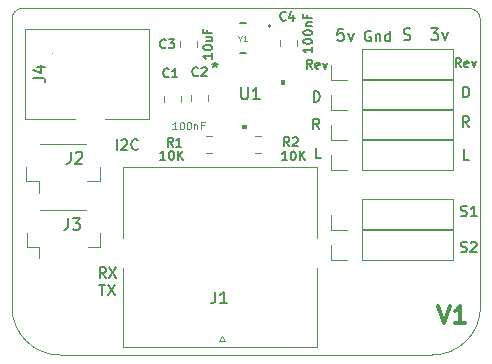
<source format=gbr>
G04 #@! TF.GenerationSoftware,KiCad,Pcbnew,(5.1.5)-3*
G04 #@! TF.CreationDate,2021-07-18T09:53:39-05:00*
G04 #@! TF.ProjectId,InputBoardSTM32QFN28,496e7075-7442-46f6-9172-6453544d3332,rev?*
G04 #@! TF.SameCoordinates,Original*
G04 #@! TF.FileFunction,Legend,Top*
G04 #@! TF.FilePolarity,Positive*
%FSLAX46Y46*%
G04 Gerber Fmt 4.6, Leading zero omitted, Abs format (unit mm)*
G04 Created by KiCad (PCBNEW (5.1.5)-3) date 2021-07-18 09:53:39*
%MOMM*%
%LPD*%
G04 APERTURE LIST*
%ADD10C,0.050000*%
%ADD11C,0.152400*%
%ADD12C,0.300000*%
%ADD13C,0.187500*%
%ADD14C,0.100000*%
%ADD15C,0.120000*%
%ADD16C,0.200000*%
%ADD17C,0.127000*%
%ADD18C,0.150000*%
%ADD19C,0.114300*%
%ADD20C,0.120132*%
G04 APERTURE END LIST*
D10*
X171279873Y-85389743D02*
G75*
G02X172239940Y-86360000I-5095J-965162D01*
G01*
X132588000Y-86296602D02*
G75*
G02X133489685Y-85389720I901685J5182D01*
G01*
D11*
X140517033Y-108193416D02*
X140220700Y-107770083D01*
X140009033Y-108193416D02*
X140009033Y-107304416D01*
X140347700Y-107304416D01*
X140432366Y-107346750D01*
X140474700Y-107389083D01*
X140517033Y-107473750D01*
X140517033Y-107600750D01*
X140474700Y-107685416D01*
X140432366Y-107727750D01*
X140347700Y-107770083D01*
X140009033Y-107770083D01*
X140813366Y-107304416D02*
X141406033Y-108193416D01*
X141406033Y-107304416D02*
X140813366Y-108193416D01*
X139987866Y-108790316D02*
X140495866Y-108790316D01*
X140241866Y-109679316D02*
X140241866Y-108790316D01*
X140707533Y-108790316D02*
X141300200Y-109679316D01*
X141300200Y-108790316D02*
X140707533Y-109679316D01*
D12*
X168653294Y-110552491D02*
X169153294Y-112052491D01*
X169653294Y-110552491D01*
X170939008Y-112052491D02*
X170081865Y-112052491D01*
X170510437Y-112052491D02*
X170510437Y-110552491D01*
X170367580Y-110766777D01*
X170224722Y-110909634D01*
X170081865Y-110981062D01*
D11*
X141448366Y-97353966D02*
X141448366Y-96464966D01*
X141829366Y-96549633D02*
X141871700Y-96507300D01*
X141956366Y-96464966D01*
X142168033Y-96464966D01*
X142252700Y-96507300D01*
X142295033Y-96549633D01*
X142337366Y-96634300D01*
X142337366Y-96718966D01*
X142295033Y-96845966D01*
X141787033Y-97353966D01*
X142337366Y-97353966D01*
X143226366Y-97269300D02*
X143184033Y-97311633D01*
X143057033Y-97353966D01*
X142972366Y-97353966D01*
X142845366Y-97311633D01*
X142760700Y-97226966D01*
X142718366Y-97142300D01*
X142676033Y-96972966D01*
X142676033Y-96845966D01*
X142718366Y-96676633D01*
X142760700Y-96591966D01*
X142845366Y-96507300D01*
X142972366Y-96464966D01*
X143057033Y-96464966D01*
X143184033Y-96507300D01*
X143226366Y-96549633D01*
X171313686Y-98230266D02*
X170890353Y-98230266D01*
X170890353Y-97341266D01*
X170805686Y-92916586D02*
X170805686Y-92027586D01*
X171017353Y-92027586D01*
X171144353Y-92069920D01*
X171229020Y-92154586D01*
X171271353Y-92239253D01*
X171313686Y-92408586D01*
X171313686Y-92535586D01*
X171271353Y-92704920D01*
X171229020Y-92789586D01*
X171144353Y-92874253D01*
X171017353Y-92916586D01*
X170805686Y-92916586D01*
X171267966Y-95428646D02*
X170971633Y-95005313D01*
X170759966Y-95428646D02*
X170759966Y-94539646D01*
X171098633Y-94539646D01*
X171183300Y-94581980D01*
X171225633Y-94624313D01*
X171267966Y-94708980D01*
X171267966Y-94835980D01*
X171225633Y-94920646D01*
X171183300Y-94962980D01*
X171098633Y-95005313D01*
X170759966Y-95005313D01*
X170588940Y-90367394D02*
X170334940Y-90004537D01*
X170153511Y-90367394D02*
X170153511Y-89605394D01*
X170443797Y-89605394D01*
X170516368Y-89641680D01*
X170552654Y-89677965D01*
X170588940Y-89750537D01*
X170588940Y-89859394D01*
X170552654Y-89931965D01*
X170516368Y-89968251D01*
X170443797Y-90004537D01*
X170153511Y-90004537D01*
X171205797Y-90331108D02*
X171133225Y-90367394D01*
X170988082Y-90367394D01*
X170915511Y-90331108D01*
X170879225Y-90258537D01*
X170879225Y-89968251D01*
X170915511Y-89895680D01*
X170988082Y-89859394D01*
X171133225Y-89859394D01*
X171205797Y-89895680D01*
X171242082Y-89968251D01*
X171242082Y-90040822D01*
X170879225Y-90113394D01*
X171496082Y-89859394D02*
X171677511Y-90367394D01*
X171858940Y-89859394D01*
X158710206Y-98095646D02*
X158286873Y-98095646D01*
X158286873Y-97206646D01*
X158598446Y-95629306D02*
X158302113Y-95205973D01*
X158090446Y-95629306D02*
X158090446Y-94740306D01*
X158429113Y-94740306D01*
X158513780Y-94782640D01*
X158556113Y-94824973D01*
X158598446Y-94909640D01*
X158598446Y-95036640D01*
X158556113Y-95121306D01*
X158513780Y-95163640D01*
X158429113Y-95205973D01*
X158090446Y-95205973D01*
X158133626Y-93295046D02*
X158133626Y-92406046D01*
X158345293Y-92406046D01*
X158472293Y-92448380D01*
X158556960Y-92533046D01*
X158599293Y-92617713D01*
X158641626Y-92787046D01*
X158641626Y-92914046D01*
X158599293Y-93083380D01*
X158556960Y-93168046D01*
X158472293Y-93252713D01*
X158345293Y-93295046D01*
X158133626Y-93295046D01*
X157985460Y-90486774D02*
X157731460Y-90123917D01*
X157550031Y-90486774D02*
X157550031Y-89724774D01*
X157840317Y-89724774D01*
X157912888Y-89761060D01*
X157949174Y-89797345D01*
X157985460Y-89869917D01*
X157985460Y-89978774D01*
X157949174Y-90051345D01*
X157912888Y-90087631D01*
X157840317Y-90123917D01*
X157550031Y-90123917D01*
X158602317Y-90450488D02*
X158529745Y-90486774D01*
X158384602Y-90486774D01*
X158312031Y-90450488D01*
X158275745Y-90377917D01*
X158275745Y-90087631D01*
X158312031Y-90015060D01*
X158384602Y-89978774D01*
X158529745Y-89978774D01*
X158602317Y-90015060D01*
X158638602Y-90087631D01*
X158638602Y-90160202D01*
X158275745Y-90232774D01*
X158892602Y-89978774D02*
X159074031Y-90486774D01*
X159255460Y-89978774D01*
X168057285Y-87099019D02*
X168686238Y-87099019D01*
X168347571Y-87486066D01*
X168492714Y-87486066D01*
X168589476Y-87534447D01*
X168637857Y-87582828D01*
X168686238Y-87679590D01*
X168686238Y-87921495D01*
X168637857Y-88018257D01*
X168589476Y-88066638D01*
X168492714Y-88115019D01*
X168202428Y-88115019D01*
X168105666Y-88066638D01*
X168057285Y-88018257D01*
X169024904Y-87437685D02*
X169266809Y-88115019D01*
X169508714Y-87437685D01*
X165739354Y-88066638D02*
X165884497Y-88115019D01*
X166126401Y-88115019D01*
X166223163Y-88066638D01*
X166271544Y-88018257D01*
X166319925Y-87921495D01*
X166319925Y-87824733D01*
X166271544Y-87727971D01*
X166223163Y-87679590D01*
X166126401Y-87631209D01*
X165932878Y-87582828D01*
X165836116Y-87534447D01*
X165787735Y-87486066D01*
X165739354Y-87389304D01*
X165739354Y-87292542D01*
X165787735Y-87195780D01*
X165836116Y-87147400D01*
X165932878Y-87099019D01*
X166174782Y-87099019D01*
X166319925Y-87147400D01*
X162953700Y-87312500D02*
X162869033Y-87270166D01*
X162742033Y-87270166D01*
X162615033Y-87312500D01*
X162530366Y-87397166D01*
X162488033Y-87481833D01*
X162445700Y-87651166D01*
X162445700Y-87778166D01*
X162488033Y-87947500D01*
X162530366Y-88032166D01*
X162615033Y-88116833D01*
X162742033Y-88159166D01*
X162826700Y-88159166D01*
X162953700Y-88116833D01*
X162996033Y-88074500D01*
X162996033Y-87778166D01*
X162826700Y-87778166D01*
X163377033Y-87566500D02*
X163377033Y-88159166D01*
X163377033Y-87651166D02*
X163419366Y-87608833D01*
X163504033Y-87566500D01*
X163631033Y-87566500D01*
X163715700Y-87608833D01*
X163758033Y-87693500D01*
X163758033Y-88159166D01*
X164562366Y-88159166D02*
X164562366Y-87270166D01*
X164562366Y-88116833D02*
X164477700Y-88159166D01*
X164308366Y-88159166D01*
X164223700Y-88116833D01*
X164181366Y-88074500D01*
X164139033Y-87989833D01*
X164139033Y-87735833D01*
X164181366Y-87651166D01*
X164223700Y-87608833D01*
X164308366Y-87566500D01*
X164477700Y-87566500D01*
X164562366Y-87608833D01*
D13*
X170579626Y-102966133D02*
X170706626Y-103008466D01*
X170918293Y-103008466D01*
X171002960Y-102966133D01*
X171045293Y-102923800D01*
X171087626Y-102839133D01*
X171087626Y-102754466D01*
X171045293Y-102669800D01*
X171002960Y-102627466D01*
X170918293Y-102585133D01*
X170748960Y-102542800D01*
X170664293Y-102500466D01*
X170621960Y-102458133D01*
X170579626Y-102373466D01*
X170579626Y-102288800D01*
X170621960Y-102204133D01*
X170664293Y-102161800D01*
X170748960Y-102119466D01*
X170960626Y-102119466D01*
X171087626Y-102161800D01*
X171934293Y-103008466D02*
X171426293Y-103008466D01*
X171680293Y-103008466D02*
X171680293Y-102119466D01*
X171595626Y-102246466D01*
X171510960Y-102331133D01*
X171426293Y-102373466D01*
X170579626Y-106008133D02*
X170706626Y-106050466D01*
X170918293Y-106050466D01*
X171002960Y-106008133D01*
X171045293Y-105965800D01*
X171087626Y-105881133D01*
X171087626Y-105796466D01*
X171045293Y-105711800D01*
X171002960Y-105669466D01*
X170918293Y-105627133D01*
X170748960Y-105584800D01*
X170664293Y-105542466D01*
X170621960Y-105500133D01*
X170579626Y-105415466D01*
X170579626Y-105330800D01*
X170621960Y-105246133D01*
X170664293Y-105203800D01*
X170748960Y-105161466D01*
X170960626Y-105161466D01*
X171087626Y-105203800D01*
X171426293Y-105246133D02*
X171468626Y-105203800D01*
X171553293Y-105161466D01*
X171764960Y-105161466D01*
X171849626Y-105203800D01*
X171891960Y-105246133D01*
X171934293Y-105330800D01*
X171934293Y-105415466D01*
X171891960Y-105542466D01*
X171383960Y-106050466D01*
X171934293Y-106050466D01*
D11*
X160639397Y-87132039D02*
X160155587Y-87132039D01*
X160107206Y-87615848D01*
X160155587Y-87567467D01*
X160252349Y-87519086D01*
X160494254Y-87519086D01*
X160591016Y-87567467D01*
X160639397Y-87615848D01*
X160687778Y-87712610D01*
X160687778Y-87954515D01*
X160639397Y-88051277D01*
X160591016Y-88099658D01*
X160494254Y-88148039D01*
X160252349Y-88148039D01*
X160155587Y-88099658D01*
X160107206Y-88051277D01*
X161026444Y-87470705D02*
X161268349Y-88148039D01*
X161510254Y-87470705D01*
D10*
X132588000Y-110680500D02*
X132588000Y-86296602D01*
X136652000Y-114744500D02*
G75*
G02X132588000Y-110680500I0J4064000D01*
G01*
X168153080Y-114744500D02*
X136652000Y-114744500D01*
X172239940Y-86360000D02*
X172250164Y-110667800D01*
X172250164Y-110670340D02*
G75*
G02X168153080Y-114744500I-4074224J0D01*
G01*
X171279820Y-85389720D02*
X133489685Y-85389720D01*
D14*
G36*
X152046940Y-95229934D02*
G01*
X152046940Y-95483934D01*
X152427940Y-95483934D01*
X152427940Y-95229934D01*
X152046940Y-95229934D01*
G37*
X152046940Y-95229934D02*
X152046940Y-95483934D01*
X152427940Y-95483934D01*
X152427940Y-95229934D01*
X152046940Y-95229934D01*
G36*
X155590494Y-91440000D02*
G01*
X155590494Y-91821000D01*
X155336494Y-91821000D01*
X155336494Y-91440000D01*
X155590494Y-91440000D01*
G37*
X155590494Y-91440000D02*
X155590494Y-91821000D01*
X155336494Y-91821000D01*
X155336494Y-91440000D01*
X155590494Y-91440000D01*
D15*
X169899640Y-96580000D02*
X169899640Y-93920000D01*
X162219640Y-96580000D02*
X169899640Y-96580000D01*
X162219640Y-93920000D02*
X169899640Y-93920000D01*
X162219640Y-96580000D02*
X162219640Y-93920000D01*
X160949640Y-96580000D02*
X159619640Y-96580000D01*
X159619640Y-96580000D02*
X159619640Y-95250000D01*
X169899640Y-99120000D02*
X169899640Y-96460000D01*
X162219640Y-99120000D02*
X169899640Y-99120000D01*
X162219640Y-96460000D02*
X169899640Y-96460000D01*
X162219640Y-99120000D02*
X162219640Y-96460000D01*
X160949640Y-99120000D02*
X159619640Y-99120000D01*
X159619640Y-99120000D02*
X159619640Y-97790000D01*
X169899640Y-94040000D02*
X169899640Y-91380000D01*
X162219640Y-94040000D02*
X169899640Y-94040000D01*
X162219640Y-91380000D02*
X169899640Y-91380000D01*
X162219640Y-94040000D02*
X162219640Y-91380000D01*
X160949640Y-94040000D02*
X159619640Y-94040000D01*
X159619640Y-94040000D02*
X159619640Y-92710000D01*
X159619640Y-91500000D02*
X159619640Y-90170000D01*
X160949640Y-91500000D02*
X159619640Y-91500000D01*
X162219640Y-91500000D02*
X162219640Y-88840000D01*
X162219640Y-88840000D02*
X169899640Y-88840000D01*
X162219640Y-91500000D02*
X169899640Y-91500000D01*
X169899640Y-91500000D02*
X169899640Y-88840000D01*
X169899640Y-104200000D02*
X169899640Y-101540000D01*
X162219640Y-104200000D02*
X169899640Y-104200000D01*
X162219640Y-101540000D02*
X169899640Y-101540000D01*
X162219640Y-104200000D02*
X162219640Y-101540000D01*
X160949640Y-104200000D02*
X159619640Y-104200000D01*
X159619640Y-104200000D02*
X159619640Y-102870000D01*
X159619640Y-106740000D02*
X159619640Y-105410000D01*
X160949640Y-106740000D02*
X159619640Y-106740000D01*
X162219640Y-106740000D02*
X162219640Y-104080000D01*
X162219640Y-104080000D02*
X169899640Y-104080000D01*
X162219640Y-106740000D02*
X169899640Y-106740000D01*
X169899640Y-106740000D02*
X169899640Y-104080000D01*
X148991688Y-96221480D02*
X149514192Y-96221480D01*
X148991688Y-97641480D02*
X149514192Y-97641480D01*
X153169988Y-97646560D02*
X153692492Y-97646560D01*
X153169988Y-96226560D02*
X153692492Y-96226560D01*
X145457240Y-92811968D02*
X145457240Y-93334472D01*
X146927240Y-92811968D02*
X146927240Y-93334472D01*
X147750860Y-92733228D02*
X147750860Y-93255732D01*
X149220860Y-92733228D02*
X149220860Y-93255732D01*
X146775500Y-88650712D02*
X146775500Y-88128208D01*
X148245500Y-88650712D02*
X148245500Y-88128208D01*
X135949380Y-89177160D02*
X136014380Y-89177160D01*
X144184380Y-94752160D02*
X144184380Y-87132160D01*
X133684380Y-94752160D02*
X133684380Y-87132160D01*
X133684380Y-87132160D02*
X144184380Y-87132160D01*
X144184380Y-94752160D02*
X140454380Y-94752160D01*
X133684380Y-94752160D02*
X137914380Y-94752160D01*
X133796000Y-98867600D02*
X133796000Y-100017600D01*
X133796000Y-100017600D02*
X134846000Y-100017600D01*
X134846000Y-100017600D02*
X134846000Y-101007600D01*
X140016000Y-98867600D02*
X140016000Y-100017600D01*
X140016000Y-100017600D02*
X138966000Y-100017600D01*
X134966000Y-96897600D02*
X138846000Y-96897600D01*
X134991400Y-102460200D02*
X138871400Y-102460200D01*
X140041400Y-105580200D02*
X138991400Y-105580200D01*
X140041400Y-104430200D02*
X140041400Y-105580200D01*
X134871400Y-105580200D02*
X134871400Y-106570200D01*
X133821400Y-105580200D02*
X134871400Y-105580200D01*
X133821400Y-104430200D02*
X133821400Y-105580200D01*
X158398540Y-107348020D02*
X158396660Y-114079020D01*
X158396660Y-98839020D02*
X158396660Y-104851200D01*
X141988540Y-107348020D02*
X141986660Y-114079020D01*
X141986660Y-114079020D02*
X158396660Y-114079020D01*
X141986660Y-98839020D02*
X141986660Y-104851200D01*
X141986660Y-98839020D02*
X158396660Y-98839020D01*
X150149560Y-113527840D02*
X150588980Y-113527840D01*
X150588980Y-113527840D02*
X150362920Y-113096040D01*
X150362920Y-113096040D02*
X150149560Y-113527840D01*
X156699020Y-88105482D02*
X156699020Y-88622638D01*
X155279020Y-88105482D02*
X155279020Y-88622638D01*
D16*
X154503220Y-86897620D02*
G75*
G03X154503220Y-86897620I-100000J0D01*
G01*
D17*
X152378220Y-86641620D02*
X151878220Y-86641620D01*
X152378220Y-89141620D02*
X151878220Y-89141620D01*
D18*
X151975915Y-92083640D02*
X151975915Y-92893164D01*
X152023534Y-92988402D01*
X152071153Y-93036021D01*
X152166391Y-93083640D01*
X152356867Y-93083640D01*
X152452105Y-93036021D01*
X152499724Y-92988402D01*
X152547343Y-92893164D01*
X152547343Y-92083640D01*
X153547343Y-93083640D02*
X152975915Y-93083640D01*
X153261629Y-93083640D02*
X153261629Y-92083640D01*
X153166391Y-92226498D01*
X153071153Y-92321736D01*
X152975915Y-92369355D01*
X149758146Y-89951310D02*
X149758146Y-90189406D01*
X149520050Y-90094168D02*
X149758146Y-90189406D01*
X149996241Y-90094168D01*
X149615288Y-90379882D02*
X149758146Y-90189406D01*
X149901003Y-90379882D01*
X149758146Y-89951310D02*
X149758146Y-90189406D01*
X149520050Y-90094168D02*
X149758146Y-90189406D01*
X149996241Y-90094168D01*
X149615288Y-90379882D02*
X149758146Y-90189406D01*
X149901003Y-90379882D01*
D17*
X146204940Y-97098394D02*
X145950940Y-96735537D01*
X145769511Y-97098394D02*
X145769511Y-96336394D01*
X146059797Y-96336394D01*
X146132368Y-96372680D01*
X146168654Y-96408965D01*
X146204940Y-96481537D01*
X146204940Y-96590394D01*
X146168654Y-96662965D01*
X146132368Y-96699251D01*
X146059797Y-96735537D01*
X145769511Y-96735537D01*
X146930654Y-97098394D02*
X146495225Y-97098394D01*
X146712940Y-97098394D02*
X146712940Y-96336394D01*
X146640368Y-96445251D01*
X146567797Y-96517822D01*
X146495225Y-96554108D01*
X145577197Y-98215994D02*
X145141768Y-98215994D01*
X145359482Y-98215994D02*
X145359482Y-97453994D01*
X145286911Y-97562851D01*
X145214340Y-97635422D01*
X145141768Y-97671708D01*
X146048911Y-97453994D02*
X146121482Y-97453994D01*
X146194054Y-97490280D01*
X146230340Y-97526565D01*
X146266625Y-97599137D01*
X146302911Y-97744280D01*
X146302911Y-97925708D01*
X146266625Y-98070851D01*
X146230340Y-98143422D01*
X146194054Y-98179708D01*
X146121482Y-98215994D01*
X146048911Y-98215994D01*
X145976340Y-98179708D01*
X145940054Y-98143422D01*
X145903768Y-98070851D01*
X145867482Y-97925708D01*
X145867482Y-97744280D01*
X145903768Y-97599137D01*
X145940054Y-97526565D01*
X145976340Y-97490280D01*
X146048911Y-97453994D01*
X146629482Y-98215994D02*
X146629482Y-97453994D01*
X147064911Y-98215994D02*
X146738340Y-97780565D01*
X147064911Y-97453994D02*
X146629482Y-97889422D01*
X156075380Y-97065374D02*
X155821380Y-96702517D01*
X155639951Y-97065374D02*
X155639951Y-96303374D01*
X155930237Y-96303374D01*
X156002808Y-96339660D01*
X156039094Y-96375945D01*
X156075380Y-96448517D01*
X156075380Y-96557374D01*
X156039094Y-96629945D01*
X156002808Y-96666231D01*
X155930237Y-96702517D01*
X155639951Y-96702517D01*
X156365665Y-96375945D02*
X156401951Y-96339660D01*
X156474522Y-96303374D01*
X156655951Y-96303374D01*
X156728522Y-96339660D01*
X156764808Y-96375945D01*
X156801094Y-96448517D01*
X156801094Y-96521088D01*
X156764808Y-96629945D01*
X156329380Y-97065374D01*
X156801094Y-97065374D01*
X155881977Y-98246474D02*
X155446548Y-98246474D01*
X155664262Y-98246474D02*
X155664262Y-97484474D01*
X155591691Y-97593331D01*
X155519120Y-97665902D01*
X155446548Y-97702188D01*
X156353691Y-97484474D02*
X156426262Y-97484474D01*
X156498834Y-97520760D01*
X156535120Y-97557045D01*
X156571405Y-97629617D01*
X156607691Y-97774760D01*
X156607691Y-97956188D01*
X156571405Y-98101331D01*
X156535120Y-98173902D01*
X156498834Y-98210188D01*
X156426262Y-98246474D01*
X156353691Y-98246474D01*
X156281120Y-98210188D01*
X156244834Y-98173902D01*
X156208548Y-98101331D01*
X156172262Y-97956188D01*
X156172262Y-97774760D01*
X156208548Y-97629617D01*
X156244834Y-97557045D01*
X156281120Y-97520760D01*
X156353691Y-97484474D01*
X156934262Y-98246474D02*
X156934262Y-97484474D01*
X157369691Y-98246474D02*
X157043120Y-97811045D01*
X157369691Y-97484474D02*
X156934262Y-97919902D01*
X145856960Y-91166042D02*
X145820674Y-91202328D01*
X145711817Y-91238614D01*
X145639245Y-91238614D01*
X145530388Y-91202328D01*
X145457817Y-91129757D01*
X145421531Y-91057185D01*
X145385245Y-90912042D01*
X145385245Y-90803185D01*
X145421531Y-90658042D01*
X145457817Y-90585471D01*
X145530388Y-90512900D01*
X145639245Y-90476614D01*
X145711817Y-90476614D01*
X145820674Y-90512900D01*
X145856960Y-90549185D01*
X146582674Y-91238614D02*
X146147245Y-91238614D01*
X146364960Y-91238614D02*
X146364960Y-90476614D01*
X146292388Y-90585471D01*
X146219817Y-90658042D01*
X146147245Y-90694328D01*
D19*
X146535381Y-95633781D02*
X146172524Y-95633781D01*
X146353953Y-95633781D02*
X146353953Y-94998781D01*
X146293477Y-95089496D01*
X146233000Y-95149972D01*
X146172524Y-95180210D01*
X146928477Y-94998781D02*
X146988953Y-94998781D01*
X147049429Y-95029020D01*
X147079667Y-95059258D01*
X147109905Y-95119734D01*
X147140143Y-95240686D01*
X147140143Y-95391877D01*
X147109905Y-95512829D01*
X147079667Y-95573305D01*
X147049429Y-95603543D01*
X146988953Y-95633781D01*
X146928477Y-95633781D01*
X146868000Y-95603543D01*
X146837762Y-95573305D01*
X146807524Y-95512829D01*
X146777286Y-95391877D01*
X146777286Y-95240686D01*
X146807524Y-95119734D01*
X146837762Y-95059258D01*
X146868000Y-95029020D01*
X146928477Y-94998781D01*
X147533239Y-94998781D02*
X147593715Y-94998781D01*
X147654191Y-95029020D01*
X147684429Y-95059258D01*
X147714667Y-95119734D01*
X147744905Y-95240686D01*
X147744905Y-95391877D01*
X147714667Y-95512829D01*
X147684429Y-95573305D01*
X147654191Y-95603543D01*
X147593715Y-95633781D01*
X147533239Y-95633781D01*
X147472762Y-95603543D01*
X147442524Y-95573305D01*
X147412286Y-95512829D01*
X147382048Y-95391877D01*
X147382048Y-95240686D01*
X147412286Y-95119734D01*
X147442524Y-95059258D01*
X147472762Y-95029020D01*
X147533239Y-94998781D01*
X148017048Y-95210448D02*
X148017048Y-95633781D01*
X148017048Y-95270924D02*
X148047286Y-95240686D01*
X148107762Y-95210448D01*
X148198477Y-95210448D01*
X148258953Y-95240686D01*
X148289191Y-95301162D01*
X148289191Y-95633781D01*
X148803239Y-95301162D02*
X148591572Y-95301162D01*
X148591572Y-95633781D02*
X148591572Y-94998781D01*
X148893953Y-94998781D01*
D17*
X148338540Y-91072062D02*
X148302254Y-91108348D01*
X148193397Y-91144634D01*
X148120825Y-91144634D01*
X148011968Y-91108348D01*
X147939397Y-91035777D01*
X147903111Y-90963205D01*
X147866825Y-90818062D01*
X147866825Y-90709205D01*
X147903111Y-90564062D01*
X147939397Y-90491491D01*
X148011968Y-90418920D01*
X148120825Y-90382634D01*
X148193397Y-90382634D01*
X148302254Y-90418920D01*
X148338540Y-90455205D01*
X148628825Y-90455205D02*
X148665111Y-90418920D01*
X148737682Y-90382634D01*
X148919111Y-90382634D01*
X148991682Y-90418920D01*
X149027968Y-90455205D01*
X149064254Y-90527777D01*
X149064254Y-90600348D01*
X149027968Y-90709205D01*
X148592540Y-91144634D01*
X149064254Y-91144634D01*
X145592800Y-88699702D02*
X145556514Y-88735988D01*
X145447657Y-88772274D01*
X145375085Y-88772274D01*
X145266228Y-88735988D01*
X145193657Y-88663417D01*
X145157371Y-88590845D01*
X145121085Y-88445702D01*
X145121085Y-88336845D01*
X145157371Y-88191702D01*
X145193657Y-88119131D01*
X145266228Y-88046560D01*
X145375085Y-88010274D01*
X145447657Y-88010274D01*
X145556514Y-88046560D01*
X145592800Y-88082845D01*
X145846800Y-88010274D02*
X146318514Y-88010274D01*
X146064514Y-88300560D01*
X146173371Y-88300560D01*
X146245942Y-88336845D01*
X146282228Y-88373131D01*
X146318514Y-88445702D01*
X146318514Y-88627131D01*
X146282228Y-88699702D01*
X146245942Y-88735988D01*
X146173371Y-88772274D01*
X145955657Y-88772274D01*
X145883085Y-88735988D01*
X145846800Y-88699702D01*
X149535214Y-89205888D02*
X149535214Y-89641317D01*
X149535214Y-89423602D02*
X148773214Y-89423602D01*
X148882071Y-89496174D01*
X148954642Y-89568745D01*
X148990928Y-89641317D01*
X148773214Y-88734174D02*
X148773214Y-88661602D01*
X148809500Y-88589031D01*
X148845785Y-88552745D01*
X148918357Y-88516460D01*
X149063500Y-88480174D01*
X149244928Y-88480174D01*
X149390071Y-88516460D01*
X149462642Y-88552745D01*
X149498928Y-88589031D01*
X149535214Y-88661602D01*
X149535214Y-88734174D01*
X149498928Y-88806745D01*
X149462642Y-88843031D01*
X149390071Y-88879317D01*
X149244928Y-88915602D01*
X149063500Y-88915602D01*
X148918357Y-88879317D01*
X148845785Y-88843031D01*
X148809500Y-88806745D01*
X148773214Y-88734174D01*
X149027214Y-87827031D02*
X149535214Y-87827031D01*
X149027214Y-88153602D02*
X149426357Y-88153602D01*
X149498928Y-88117317D01*
X149535214Y-88044745D01*
X149535214Y-87935888D01*
X149498928Y-87863317D01*
X149462642Y-87827031D01*
X149136071Y-87210174D02*
X149136071Y-87464174D01*
X149535214Y-87464174D02*
X148773214Y-87464174D01*
X148773214Y-87101317D01*
D18*
X134401760Y-91275493D02*
X135116046Y-91275493D01*
X135258903Y-91323112D01*
X135354141Y-91418350D01*
X135401760Y-91561207D01*
X135401760Y-91656445D01*
X134735094Y-90370731D02*
X135401760Y-90370731D01*
X134354141Y-90608826D02*
X135068427Y-90846921D01*
X135068427Y-90227874D01*
X137542946Y-97549720D02*
X137542946Y-98264006D01*
X137495327Y-98406863D01*
X137400089Y-98502101D01*
X137257232Y-98549720D01*
X137161994Y-98549720D01*
X137971518Y-97644959D02*
X138019137Y-97597340D01*
X138114375Y-97549720D01*
X138352470Y-97549720D01*
X138447708Y-97597340D01*
X138495327Y-97644959D01*
X138542946Y-97740197D01*
X138542946Y-97835435D01*
X138495327Y-97978292D01*
X137923899Y-98549720D01*
X138542946Y-98549720D01*
X137329586Y-103150420D02*
X137329586Y-103864706D01*
X137281967Y-104007563D01*
X137186729Y-104102801D01*
X137043872Y-104150420D01*
X136948634Y-104150420D01*
X137710539Y-103150420D02*
X138329586Y-103150420D01*
X137996253Y-103531373D01*
X138139110Y-103531373D01*
X138234348Y-103578992D01*
X138281967Y-103626611D01*
X138329586Y-103721849D01*
X138329586Y-103959944D01*
X138281967Y-104055182D01*
X138234348Y-104102801D01*
X138139110Y-104150420D01*
X137853396Y-104150420D01*
X137758158Y-104102801D01*
X137710539Y-104055182D01*
X149780666Y-109378500D02*
X149780666Y-110092786D01*
X149733047Y-110235643D01*
X149637809Y-110330881D01*
X149494952Y-110378500D01*
X149399714Y-110378500D01*
X150780666Y-110378500D02*
X150209238Y-110378500D01*
X150494952Y-110378500D02*
X150494952Y-109378500D01*
X150399714Y-109521358D01*
X150304476Y-109616596D01*
X150209238Y-109664215D01*
X155765500Y-86350202D02*
X155729214Y-86386488D01*
X155620357Y-86422774D01*
X155547785Y-86422774D01*
X155438928Y-86386488D01*
X155366357Y-86313917D01*
X155330071Y-86241345D01*
X155293785Y-86096202D01*
X155293785Y-85987345D01*
X155330071Y-85842202D01*
X155366357Y-85769631D01*
X155438928Y-85697060D01*
X155547785Y-85660774D01*
X155620357Y-85660774D01*
X155729214Y-85697060D01*
X155765500Y-85733345D01*
X156418642Y-85914774D02*
X156418642Y-86422774D01*
X156237214Y-85624488D02*
X156055785Y-86168774D01*
X156527500Y-86168774D01*
X157994894Y-88694985D02*
X157994894Y-89130414D01*
X157994894Y-88912700D02*
X157232894Y-88912700D01*
X157341751Y-88985271D01*
X157414322Y-89057842D01*
X157450608Y-89130414D01*
X157232894Y-88223271D02*
X157232894Y-88150700D01*
X157269180Y-88078128D01*
X157305465Y-88041842D01*
X157378037Y-88005557D01*
X157523180Y-87969271D01*
X157704608Y-87969271D01*
X157849751Y-88005557D01*
X157922322Y-88041842D01*
X157958608Y-88078128D01*
X157994894Y-88150700D01*
X157994894Y-88223271D01*
X157958608Y-88295842D01*
X157922322Y-88332128D01*
X157849751Y-88368414D01*
X157704608Y-88404700D01*
X157523180Y-88404700D01*
X157378037Y-88368414D01*
X157305465Y-88332128D01*
X157269180Y-88295842D01*
X157232894Y-88223271D01*
X157232894Y-87497557D02*
X157232894Y-87424985D01*
X157269180Y-87352414D01*
X157305465Y-87316128D01*
X157378037Y-87279842D01*
X157523180Y-87243557D01*
X157704608Y-87243557D01*
X157849751Y-87279842D01*
X157922322Y-87316128D01*
X157958608Y-87352414D01*
X157994894Y-87424985D01*
X157994894Y-87497557D01*
X157958608Y-87570128D01*
X157922322Y-87606414D01*
X157849751Y-87642700D01*
X157704608Y-87678985D01*
X157523180Y-87678985D01*
X157378037Y-87642700D01*
X157305465Y-87606414D01*
X157269180Y-87570128D01*
X157232894Y-87497557D01*
X157486894Y-86916985D02*
X157994894Y-86916985D01*
X157559465Y-86916985D02*
X157523180Y-86880700D01*
X157486894Y-86808128D01*
X157486894Y-86699271D01*
X157523180Y-86626700D01*
X157595751Y-86590414D01*
X157994894Y-86590414D01*
X157595751Y-85973557D02*
X157595751Y-86227557D01*
X157994894Y-86227557D02*
X157232894Y-86227557D01*
X157232894Y-85864700D01*
D20*
X151909557Y-87969078D02*
X151909557Y-88197901D01*
X151749381Y-87717374D02*
X151909557Y-87969078D01*
X152069733Y-87717374D01*
X152481613Y-88197901D02*
X152207026Y-88197901D01*
X152344320Y-88197901D02*
X152344320Y-87717374D01*
X152298555Y-87786020D01*
X152252791Y-87831785D01*
X152207026Y-87854667D01*
D18*
M02*

</source>
